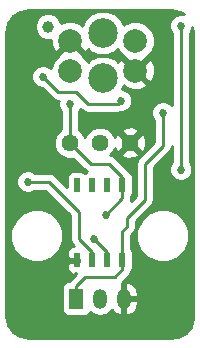
<source format=gbl>
%TF.GenerationSoftware,KiCad,Pcbnew,4.0.7*%
%TF.CreationDate,2018-05-06T15:58:21+02:00*%
%TF.ProjectId,Modulo IR,4D6F64756C6F2049522E6B696361645F,1.0*%
%TF.FileFunction,Copper,L2,Bot,Signal*%
%FSLAX46Y46*%
G04 Gerber Fmt 4.6, Leading zero omitted, Abs format (unit mm)*
G04 Created by KiCad (PCBNEW 4.0.7) date 05/06/18 15:58:21*
%MOMM*%
%LPD*%
G01*
G04 APERTURE LIST*
%ADD10C,0.100000*%
%ADD11C,1.440000*%
%ADD12R,0.508000X1.143000*%
%ADD13R,1.200000X1.700000*%
%ADD14O,1.200000X1.700000*%
%ADD15C,2.000000*%
%ADD16C,2.500000*%
%ADD17C,1.000000*%
%ADD18C,0.685800*%
%ADD19C,0.254000*%
G04 APERTURE END LIST*
D10*
D11*
X7112000Y-16256000D03*
X9652000Y-16256000D03*
X12192000Y-16256000D03*
D12*
X11557000Y-19875500D03*
X10287000Y-19875500D03*
X9017000Y-19875500D03*
X7747000Y-19875500D03*
X7747000Y-26225500D03*
X9017000Y-26225500D03*
X10287000Y-26225500D03*
X11557000Y-26225500D03*
D13*
X7670800Y-29464000D03*
D14*
X9670800Y-29464000D03*
X11670800Y-29464000D03*
D15*
X7156000Y-10160000D03*
X12656000Y-10160000D03*
X7156000Y-7620000D03*
X12656000Y-7620000D03*
D16*
X9906000Y-6990000D03*
X9906000Y-10790000D03*
D17*
X5256000Y-6440000D03*
D18*
X16510000Y-6350000D03*
X16510000Y-18542000D03*
X7112000Y-12954000D03*
X10160000Y-22352000D03*
X3556000Y-19558000D03*
X9144000Y-24384000D03*
X14986000Y-13716000D03*
X4826000Y-10668000D03*
X11430000Y-12700000D03*
D19*
X16510000Y-18542000D02*
X16510000Y-6350000D01*
X11557000Y-19875500D02*
X11557000Y-19177000D01*
X8890000Y-18034000D02*
X7112000Y-16256000D01*
X10414000Y-18034000D02*
X8890000Y-18034000D01*
X11557000Y-19177000D02*
X10414000Y-18034000D01*
X7112000Y-12954000D02*
X7112000Y-16256000D01*
X11557000Y-20955000D02*
X11557000Y-19875500D01*
X10160000Y-22352000D02*
X11557000Y-20955000D01*
X7620000Y-26352500D02*
X7747000Y-26225500D01*
X9017000Y-26225500D02*
X9017000Y-25527000D01*
X5334000Y-19558000D02*
X3556000Y-19558000D01*
X7874000Y-22098000D02*
X5334000Y-19558000D01*
X7874000Y-24384000D02*
X7874000Y-22098000D01*
X9017000Y-25527000D02*
X7874000Y-24384000D01*
X10287000Y-25527000D02*
X10287000Y-26225500D01*
X9144000Y-24384000D02*
X10287000Y-25527000D01*
X10160000Y-26098500D02*
X10287000Y-26225500D01*
X7670800Y-29464000D02*
X7670800Y-28397200D01*
X11557000Y-27000200D02*
X11557000Y-26225500D01*
X10922000Y-27635200D02*
X11557000Y-27000200D01*
X8432800Y-27635200D02*
X10922000Y-27635200D01*
X7670800Y-28397200D02*
X8432800Y-27635200D01*
X11557000Y-26225500D02*
X11557000Y-23749000D01*
X11557000Y-23749000D02*
X11938000Y-23368000D01*
X11620000Y-26288500D02*
X11557000Y-26225500D01*
X14986000Y-16510000D02*
X14986000Y-13716000D01*
X13462000Y-18034000D02*
X14986000Y-16510000D01*
X13462000Y-21082000D02*
X13462000Y-18034000D01*
X11938000Y-22606000D02*
X13462000Y-21082000D01*
X11938000Y-23368000D02*
X11938000Y-22606000D01*
X6096000Y-11938000D02*
X4826000Y-10668000D01*
X7620000Y-11938000D02*
X6096000Y-11938000D01*
X8636000Y-12954000D02*
X7620000Y-11938000D01*
X11176000Y-12954000D02*
X8636000Y-12954000D01*
X11430000Y-12700000D02*
X11176000Y-12954000D01*
G36*
X16442989Y-5180152D02*
X16771790Y-5399850D01*
X16705370Y-5372270D01*
X16316337Y-5371931D01*
X15956788Y-5520493D01*
X15681460Y-5795341D01*
X15532270Y-6154630D01*
X15531931Y-6543663D01*
X15680493Y-6903212D01*
X15748000Y-6970837D01*
X15748000Y-13095163D01*
X15540659Y-12887460D01*
X15181370Y-12738270D01*
X14792337Y-12737931D01*
X14432788Y-12886493D01*
X14157460Y-13161341D01*
X14008270Y-13520630D01*
X14007931Y-13909663D01*
X14156493Y-14269212D01*
X14224000Y-14336837D01*
X14224000Y-16194369D01*
X12923185Y-17495185D01*
X12758004Y-17742395D01*
X12700000Y-18034000D01*
X12700000Y-20766369D01*
X12271234Y-21195135D01*
X12319000Y-20955000D01*
X12319000Y-20828313D01*
X12407431Y-20698890D01*
X12458440Y-20447000D01*
X12458440Y-19304000D01*
X12414162Y-19068683D01*
X12275090Y-18852559D01*
X12208783Y-18807254D01*
X12095815Y-18638185D01*
X10952815Y-17495185D01*
X10818417Y-17405383D01*
X10705605Y-17330004D01*
X10529203Y-17294915D01*
X10618499Y-17205774D01*
X11421831Y-17205774D01*
X11486131Y-17443611D01*
X11994342Y-17623333D01*
X12532644Y-17594892D01*
X12897869Y-17443611D01*
X12962169Y-17205774D01*
X12192000Y-16435605D01*
X11421831Y-17205774D01*
X10618499Y-17205774D01*
X10800043Y-17024548D01*
X10915339Y-16746884D01*
X11004389Y-16961869D01*
X11242226Y-17026169D01*
X12012395Y-16256000D01*
X12371605Y-16256000D01*
X13141774Y-17026169D01*
X13379611Y-16961869D01*
X13559333Y-16453658D01*
X13530892Y-15915356D01*
X13379611Y-15550131D01*
X13141774Y-15485831D01*
X12371605Y-16256000D01*
X12012395Y-16256000D01*
X11242226Y-15485831D01*
X11004389Y-15550131D01*
X10922331Y-15782172D01*
X10801383Y-15489457D01*
X10618472Y-15306226D01*
X11421831Y-15306226D01*
X12192000Y-16076395D01*
X12962169Y-15306226D01*
X12897869Y-15068389D01*
X12389658Y-14888667D01*
X11851356Y-14917108D01*
X11486131Y-15068389D01*
X11421831Y-15306226D01*
X10618472Y-15306226D01*
X10420548Y-15107957D01*
X9922709Y-14901236D01*
X9383656Y-14900765D01*
X8885457Y-15106617D01*
X8503957Y-15487452D01*
X8381955Y-15781264D01*
X8261383Y-15489457D01*
X7880548Y-15107957D01*
X7874000Y-15105238D01*
X7874000Y-13575083D01*
X7940540Y-13508659D01*
X7991149Y-13386779D01*
X8097185Y-13492815D01*
X8344395Y-13657996D01*
X8636000Y-13716000D01*
X11176000Y-13716000D01*
X11367812Y-13677846D01*
X11623663Y-13678069D01*
X11983212Y-13529507D01*
X12258540Y-13254659D01*
X12407730Y-12895370D01*
X12408069Y-12506337D01*
X12259507Y-12146788D01*
X11984659Y-11871460D01*
X11625370Y-11722270D01*
X11559959Y-11722213D01*
X11705211Y-11372408D01*
X11781736Y-11579387D01*
X12391461Y-11805908D01*
X13041460Y-11781856D01*
X13530264Y-11579387D01*
X13628927Y-11312532D01*
X12656000Y-10339605D01*
X12641858Y-10353748D01*
X12462253Y-10174143D01*
X12476395Y-10160000D01*
X12835605Y-10160000D01*
X13808532Y-11132927D01*
X14075387Y-11034264D01*
X14301908Y-10424539D01*
X14277856Y-9774540D01*
X14075387Y-9285736D01*
X13808532Y-9187073D01*
X12835605Y-10160000D01*
X12476395Y-10160000D01*
X11503468Y-9187073D01*
X11236613Y-9285736D01*
X11190835Y-9408957D01*
X10975161Y-9192907D01*
X10282595Y-8905328D01*
X9532695Y-8904674D01*
X8839628Y-9191043D01*
X8616671Y-9413611D01*
X8542894Y-9235057D01*
X8116022Y-8807438D01*
X8128927Y-8772532D01*
X7156000Y-7799605D01*
X6183073Y-8772532D01*
X6196164Y-8807938D01*
X5770722Y-9232637D01*
X5521284Y-9833352D01*
X5521156Y-9980202D01*
X5380659Y-9839460D01*
X5021370Y-9690270D01*
X4632337Y-9689931D01*
X4272788Y-9838493D01*
X3997460Y-10113341D01*
X3848270Y-10472630D01*
X3847931Y-10861663D01*
X3996493Y-11221212D01*
X4271341Y-11496540D01*
X4630630Y-11645730D01*
X4726183Y-11645813D01*
X5557184Y-12476815D01*
X5804395Y-12641996D01*
X6096000Y-12700000D01*
X6158615Y-12700000D01*
X6134270Y-12758630D01*
X6133931Y-13147663D01*
X6282493Y-13507212D01*
X6350000Y-13574837D01*
X6350000Y-15104740D01*
X6345457Y-15106617D01*
X5963957Y-15487452D01*
X5757236Y-15985291D01*
X5756765Y-16524344D01*
X5962617Y-17022543D01*
X6343452Y-17404043D01*
X6841291Y-17610764D01*
X7380344Y-17611235D01*
X7386897Y-17608527D01*
X8351185Y-18572816D01*
X8476518Y-18656560D01*
X8539466Y-18698621D01*
X8527683Y-18700838D01*
X8381093Y-18795166D01*
X8252890Y-18707569D01*
X8001000Y-18656560D01*
X7493000Y-18656560D01*
X7257683Y-18700838D01*
X7041559Y-18839910D01*
X6896569Y-19052110D01*
X6845560Y-19304000D01*
X6845560Y-19991930D01*
X5872815Y-19019185D01*
X5849103Y-19003341D01*
X5625605Y-18854004D01*
X5334000Y-18796000D01*
X4177083Y-18796000D01*
X4110659Y-18729460D01*
X3751370Y-18580270D01*
X3362337Y-18579931D01*
X3002788Y-18728493D01*
X2727460Y-19003341D01*
X2578270Y-19362630D01*
X2577931Y-19751663D01*
X2726493Y-20111212D01*
X3001341Y-20386540D01*
X3360630Y-20535730D01*
X3749663Y-20536069D01*
X4109212Y-20387507D01*
X4176837Y-20320000D01*
X5018370Y-20320000D01*
X7112000Y-22413631D01*
X7112000Y-24384000D01*
X7170004Y-24675605D01*
X7229736Y-24765000D01*
X7335185Y-24922815D01*
X7431370Y-25019000D01*
X7366691Y-25019000D01*
X7133302Y-25115673D01*
X6954673Y-25294301D01*
X6858000Y-25527690D01*
X6858000Y-25939750D01*
X7016750Y-26098500D01*
X7620000Y-26098500D01*
X7620000Y-26078500D01*
X7874000Y-26078500D01*
X7874000Y-26098500D01*
X7894000Y-26098500D01*
X7894000Y-26352500D01*
X7874000Y-26352500D01*
X7874000Y-26372500D01*
X7620000Y-26372500D01*
X7620000Y-26352500D01*
X7016750Y-26352500D01*
X6858000Y-26511250D01*
X6858000Y-26923310D01*
X6954673Y-27156699D01*
X7133302Y-27335327D01*
X7366691Y-27432000D01*
X7461250Y-27432000D01*
X7619998Y-27273252D01*
X7619998Y-27370371D01*
X7131985Y-27858385D01*
X7058109Y-27968948D01*
X6835483Y-28010838D01*
X6619359Y-28149910D01*
X6474369Y-28362110D01*
X6423360Y-28614000D01*
X6423360Y-30314000D01*
X6467638Y-30549317D01*
X6606710Y-30765441D01*
X6818910Y-30910431D01*
X7070800Y-30961440D01*
X8270800Y-30961440D01*
X8506117Y-30917162D01*
X8722241Y-30778090D01*
X8821701Y-30632525D01*
X9198186Y-30884084D01*
X9670800Y-30978093D01*
X10143414Y-30884084D01*
X10544077Y-30616370D01*
X10673210Y-30423109D01*
X10841675Y-30645933D01*
X11261424Y-30892286D01*
X11353191Y-30907462D01*
X11543800Y-30782731D01*
X11543800Y-29591000D01*
X11797800Y-29591000D01*
X11797800Y-30782731D01*
X11988409Y-30907462D01*
X12080176Y-30892286D01*
X12499925Y-30645933D01*
X12793447Y-30257701D01*
X12916056Y-29786696D01*
X12753347Y-29591000D01*
X11797800Y-29591000D01*
X11543800Y-29591000D01*
X11523800Y-29591000D01*
X11523800Y-29337000D01*
X11543800Y-29337000D01*
X11543800Y-28145269D01*
X11797800Y-28145269D01*
X11797800Y-29337000D01*
X12753347Y-29337000D01*
X12916056Y-29141304D01*
X12793447Y-28670299D01*
X12499925Y-28282067D01*
X12080176Y-28035714D01*
X11988409Y-28020538D01*
X11797800Y-28145269D01*
X11543800Y-28145269D01*
X11511015Y-28123815D01*
X12095816Y-27539015D01*
X12231915Y-27335327D01*
X12260996Y-27291805D01*
X12269021Y-27251459D01*
X12407431Y-27048890D01*
X12458440Y-26797000D01*
X12458440Y-25654000D01*
X12414162Y-25418683D01*
X12319000Y-25270797D01*
X12319000Y-24572619D01*
X12750613Y-24572619D01*
X13090155Y-25394372D01*
X13718321Y-26023636D01*
X14539481Y-26364611D01*
X15428619Y-26365387D01*
X16250372Y-26025845D01*
X16879636Y-25397679D01*
X17220611Y-24576519D01*
X17221387Y-23687381D01*
X16881845Y-22865628D01*
X16253679Y-22236364D01*
X15432519Y-21895389D01*
X14543381Y-21894613D01*
X13721628Y-22234155D01*
X13092364Y-22862321D01*
X12751389Y-23683481D01*
X12750613Y-24572619D01*
X12319000Y-24572619D01*
X12319000Y-24064631D01*
X12476815Y-23906816D01*
X12641996Y-23659605D01*
X12649476Y-23622001D01*
X12700000Y-23368000D01*
X12700000Y-22921630D01*
X14000815Y-21620816D01*
X14165996Y-21373605D01*
X14191258Y-21246605D01*
X14224000Y-21082000D01*
X14224000Y-18349630D01*
X15524815Y-17048816D01*
X15689996Y-16801605D01*
X15730765Y-16596644D01*
X15748000Y-16510000D01*
X15748000Y-17920917D01*
X15681460Y-17987341D01*
X15532270Y-18346630D01*
X15531931Y-18735663D01*
X15680493Y-19095212D01*
X15955341Y-19370540D01*
X16314630Y-19519730D01*
X16703663Y-19520069D01*
X17063212Y-19371507D01*
X17338540Y-19096659D01*
X17487730Y-18737370D01*
X17488069Y-18348337D01*
X17339507Y-17988788D01*
X17272000Y-17921163D01*
X17272000Y-6971083D01*
X17338540Y-6904659D01*
X17487730Y-6545370D01*
X17487792Y-6474424D01*
X17578000Y-6927931D01*
X17578000Y-31136138D01*
X17359531Y-31852478D01*
X16906038Y-32403382D01*
X16276246Y-32738805D01*
X15459656Y-32818000D01*
X3625931Y-32818000D01*
X2861011Y-32665848D01*
X2271830Y-32272170D01*
X1878152Y-31682989D01*
X1726000Y-30918069D01*
X1726000Y-24572619D01*
X2082613Y-24572619D01*
X2422155Y-25394372D01*
X3050321Y-26023636D01*
X3871481Y-26364611D01*
X4760619Y-26365387D01*
X5582372Y-26025845D01*
X6211636Y-25397679D01*
X6552611Y-24576519D01*
X6553387Y-23687381D01*
X6213845Y-22865628D01*
X5585679Y-22236364D01*
X4764519Y-21895389D01*
X3875381Y-21894613D01*
X3053628Y-22234155D01*
X2424364Y-22862321D01*
X2083389Y-23683481D01*
X2082613Y-24572619D01*
X1726000Y-24572619D01*
X1726000Y-6927931D01*
X1778344Y-6664775D01*
X4120803Y-6664775D01*
X4293233Y-7082086D01*
X4612235Y-7401645D01*
X5029244Y-7574803D01*
X5480775Y-7575197D01*
X5517659Y-7559957D01*
X5534144Y-8005460D01*
X5736613Y-8494264D01*
X6003468Y-8592927D01*
X6976395Y-7620000D01*
X6962253Y-7605858D01*
X7141858Y-7426253D01*
X7156000Y-7440395D01*
X7170143Y-7426253D01*
X7349748Y-7605858D01*
X7335605Y-7620000D01*
X8308532Y-8592927D01*
X8575387Y-8494264D01*
X8621165Y-8371043D01*
X8836839Y-8587093D01*
X9529405Y-8874672D01*
X10279305Y-8875326D01*
X10972372Y-8588957D01*
X11195329Y-8366389D01*
X11269106Y-8544943D01*
X11695978Y-8972562D01*
X11683073Y-9007468D01*
X12656000Y-9980395D01*
X13628927Y-9007468D01*
X13615836Y-8972062D01*
X14041278Y-8547363D01*
X14290716Y-7946648D01*
X14291284Y-7296205D01*
X14042894Y-6695057D01*
X13583363Y-6234722D01*
X12982648Y-5985284D01*
X12332205Y-5984716D01*
X11731057Y-6233106D01*
X11661515Y-6302527D01*
X11504957Y-5923628D01*
X10975161Y-5392907D01*
X10282595Y-5105328D01*
X9532695Y-5104674D01*
X8839628Y-5391043D01*
X8308907Y-5920839D01*
X8106789Y-6407592D01*
X8030264Y-6200613D01*
X7420539Y-5974092D01*
X6770540Y-5998144D01*
X6370045Y-6164034D01*
X6218767Y-5797914D01*
X5899765Y-5478355D01*
X5482756Y-5305197D01*
X5031225Y-5304803D01*
X4613914Y-5477233D01*
X4294355Y-5796235D01*
X4121197Y-6213244D01*
X4120803Y-6664775D01*
X1778344Y-6664775D01*
X1878152Y-6163011D01*
X2271830Y-5573830D01*
X2861011Y-5180152D01*
X3625931Y-5028000D01*
X15678069Y-5028000D01*
X16442989Y-5180152D01*
X16442989Y-5180152D01*
G37*
X16442989Y-5180152D02*
X16771790Y-5399850D01*
X16705370Y-5372270D01*
X16316337Y-5371931D01*
X15956788Y-5520493D01*
X15681460Y-5795341D01*
X15532270Y-6154630D01*
X15531931Y-6543663D01*
X15680493Y-6903212D01*
X15748000Y-6970837D01*
X15748000Y-13095163D01*
X15540659Y-12887460D01*
X15181370Y-12738270D01*
X14792337Y-12737931D01*
X14432788Y-12886493D01*
X14157460Y-13161341D01*
X14008270Y-13520630D01*
X14007931Y-13909663D01*
X14156493Y-14269212D01*
X14224000Y-14336837D01*
X14224000Y-16194369D01*
X12923185Y-17495185D01*
X12758004Y-17742395D01*
X12700000Y-18034000D01*
X12700000Y-20766369D01*
X12271234Y-21195135D01*
X12319000Y-20955000D01*
X12319000Y-20828313D01*
X12407431Y-20698890D01*
X12458440Y-20447000D01*
X12458440Y-19304000D01*
X12414162Y-19068683D01*
X12275090Y-18852559D01*
X12208783Y-18807254D01*
X12095815Y-18638185D01*
X10952815Y-17495185D01*
X10818417Y-17405383D01*
X10705605Y-17330004D01*
X10529203Y-17294915D01*
X10618499Y-17205774D01*
X11421831Y-17205774D01*
X11486131Y-17443611D01*
X11994342Y-17623333D01*
X12532644Y-17594892D01*
X12897869Y-17443611D01*
X12962169Y-17205774D01*
X12192000Y-16435605D01*
X11421831Y-17205774D01*
X10618499Y-17205774D01*
X10800043Y-17024548D01*
X10915339Y-16746884D01*
X11004389Y-16961869D01*
X11242226Y-17026169D01*
X12012395Y-16256000D01*
X12371605Y-16256000D01*
X13141774Y-17026169D01*
X13379611Y-16961869D01*
X13559333Y-16453658D01*
X13530892Y-15915356D01*
X13379611Y-15550131D01*
X13141774Y-15485831D01*
X12371605Y-16256000D01*
X12012395Y-16256000D01*
X11242226Y-15485831D01*
X11004389Y-15550131D01*
X10922331Y-15782172D01*
X10801383Y-15489457D01*
X10618472Y-15306226D01*
X11421831Y-15306226D01*
X12192000Y-16076395D01*
X12962169Y-15306226D01*
X12897869Y-15068389D01*
X12389658Y-14888667D01*
X11851356Y-14917108D01*
X11486131Y-15068389D01*
X11421831Y-15306226D01*
X10618472Y-15306226D01*
X10420548Y-15107957D01*
X9922709Y-14901236D01*
X9383656Y-14900765D01*
X8885457Y-15106617D01*
X8503957Y-15487452D01*
X8381955Y-15781264D01*
X8261383Y-15489457D01*
X7880548Y-15107957D01*
X7874000Y-15105238D01*
X7874000Y-13575083D01*
X7940540Y-13508659D01*
X7991149Y-13386779D01*
X8097185Y-13492815D01*
X8344395Y-13657996D01*
X8636000Y-13716000D01*
X11176000Y-13716000D01*
X11367812Y-13677846D01*
X11623663Y-13678069D01*
X11983212Y-13529507D01*
X12258540Y-13254659D01*
X12407730Y-12895370D01*
X12408069Y-12506337D01*
X12259507Y-12146788D01*
X11984659Y-11871460D01*
X11625370Y-11722270D01*
X11559959Y-11722213D01*
X11705211Y-11372408D01*
X11781736Y-11579387D01*
X12391461Y-11805908D01*
X13041460Y-11781856D01*
X13530264Y-11579387D01*
X13628927Y-11312532D01*
X12656000Y-10339605D01*
X12641858Y-10353748D01*
X12462253Y-10174143D01*
X12476395Y-10160000D01*
X12835605Y-10160000D01*
X13808532Y-11132927D01*
X14075387Y-11034264D01*
X14301908Y-10424539D01*
X14277856Y-9774540D01*
X14075387Y-9285736D01*
X13808532Y-9187073D01*
X12835605Y-10160000D01*
X12476395Y-10160000D01*
X11503468Y-9187073D01*
X11236613Y-9285736D01*
X11190835Y-9408957D01*
X10975161Y-9192907D01*
X10282595Y-8905328D01*
X9532695Y-8904674D01*
X8839628Y-9191043D01*
X8616671Y-9413611D01*
X8542894Y-9235057D01*
X8116022Y-8807438D01*
X8128927Y-8772532D01*
X7156000Y-7799605D01*
X6183073Y-8772532D01*
X6196164Y-8807938D01*
X5770722Y-9232637D01*
X5521284Y-9833352D01*
X5521156Y-9980202D01*
X5380659Y-9839460D01*
X5021370Y-9690270D01*
X4632337Y-9689931D01*
X4272788Y-9838493D01*
X3997460Y-10113341D01*
X3848270Y-10472630D01*
X3847931Y-10861663D01*
X3996493Y-11221212D01*
X4271341Y-11496540D01*
X4630630Y-11645730D01*
X4726183Y-11645813D01*
X5557184Y-12476815D01*
X5804395Y-12641996D01*
X6096000Y-12700000D01*
X6158615Y-12700000D01*
X6134270Y-12758630D01*
X6133931Y-13147663D01*
X6282493Y-13507212D01*
X6350000Y-13574837D01*
X6350000Y-15104740D01*
X6345457Y-15106617D01*
X5963957Y-15487452D01*
X5757236Y-15985291D01*
X5756765Y-16524344D01*
X5962617Y-17022543D01*
X6343452Y-17404043D01*
X6841291Y-17610764D01*
X7380344Y-17611235D01*
X7386897Y-17608527D01*
X8351185Y-18572816D01*
X8476518Y-18656560D01*
X8539466Y-18698621D01*
X8527683Y-18700838D01*
X8381093Y-18795166D01*
X8252890Y-18707569D01*
X8001000Y-18656560D01*
X7493000Y-18656560D01*
X7257683Y-18700838D01*
X7041559Y-18839910D01*
X6896569Y-19052110D01*
X6845560Y-19304000D01*
X6845560Y-19991930D01*
X5872815Y-19019185D01*
X5849103Y-19003341D01*
X5625605Y-18854004D01*
X5334000Y-18796000D01*
X4177083Y-18796000D01*
X4110659Y-18729460D01*
X3751370Y-18580270D01*
X3362337Y-18579931D01*
X3002788Y-18728493D01*
X2727460Y-19003341D01*
X2578270Y-19362630D01*
X2577931Y-19751663D01*
X2726493Y-20111212D01*
X3001341Y-20386540D01*
X3360630Y-20535730D01*
X3749663Y-20536069D01*
X4109212Y-20387507D01*
X4176837Y-20320000D01*
X5018370Y-20320000D01*
X7112000Y-22413631D01*
X7112000Y-24384000D01*
X7170004Y-24675605D01*
X7229736Y-24765000D01*
X7335185Y-24922815D01*
X7431370Y-25019000D01*
X7366691Y-25019000D01*
X7133302Y-25115673D01*
X6954673Y-25294301D01*
X6858000Y-25527690D01*
X6858000Y-25939750D01*
X7016750Y-26098500D01*
X7620000Y-26098500D01*
X7620000Y-26078500D01*
X7874000Y-26078500D01*
X7874000Y-26098500D01*
X7894000Y-26098500D01*
X7894000Y-26352500D01*
X7874000Y-26352500D01*
X7874000Y-26372500D01*
X7620000Y-26372500D01*
X7620000Y-26352500D01*
X7016750Y-26352500D01*
X6858000Y-26511250D01*
X6858000Y-26923310D01*
X6954673Y-27156699D01*
X7133302Y-27335327D01*
X7366691Y-27432000D01*
X7461250Y-27432000D01*
X7619998Y-27273252D01*
X7619998Y-27370371D01*
X7131985Y-27858385D01*
X7058109Y-27968948D01*
X6835483Y-28010838D01*
X6619359Y-28149910D01*
X6474369Y-28362110D01*
X6423360Y-28614000D01*
X6423360Y-30314000D01*
X6467638Y-30549317D01*
X6606710Y-30765441D01*
X6818910Y-30910431D01*
X7070800Y-30961440D01*
X8270800Y-30961440D01*
X8506117Y-30917162D01*
X8722241Y-30778090D01*
X8821701Y-30632525D01*
X9198186Y-30884084D01*
X9670800Y-30978093D01*
X10143414Y-30884084D01*
X10544077Y-30616370D01*
X10673210Y-30423109D01*
X10841675Y-30645933D01*
X11261424Y-30892286D01*
X11353191Y-30907462D01*
X11543800Y-30782731D01*
X11543800Y-29591000D01*
X11797800Y-29591000D01*
X11797800Y-30782731D01*
X11988409Y-30907462D01*
X12080176Y-30892286D01*
X12499925Y-30645933D01*
X12793447Y-30257701D01*
X12916056Y-29786696D01*
X12753347Y-29591000D01*
X11797800Y-29591000D01*
X11543800Y-29591000D01*
X11523800Y-29591000D01*
X11523800Y-29337000D01*
X11543800Y-29337000D01*
X11543800Y-28145269D01*
X11797800Y-28145269D01*
X11797800Y-29337000D01*
X12753347Y-29337000D01*
X12916056Y-29141304D01*
X12793447Y-28670299D01*
X12499925Y-28282067D01*
X12080176Y-28035714D01*
X11988409Y-28020538D01*
X11797800Y-28145269D01*
X11543800Y-28145269D01*
X11511015Y-28123815D01*
X12095816Y-27539015D01*
X12231915Y-27335327D01*
X12260996Y-27291805D01*
X12269021Y-27251459D01*
X12407431Y-27048890D01*
X12458440Y-26797000D01*
X12458440Y-25654000D01*
X12414162Y-25418683D01*
X12319000Y-25270797D01*
X12319000Y-24572619D01*
X12750613Y-24572619D01*
X13090155Y-25394372D01*
X13718321Y-26023636D01*
X14539481Y-26364611D01*
X15428619Y-26365387D01*
X16250372Y-26025845D01*
X16879636Y-25397679D01*
X17220611Y-24576519D01*
X17221387Y-23687381D01*
X16881845Y-22865628D01*
X16253679Y-22236364D01*
X15432519Y-21895389D01*
X14543381Y-21894613D01*
X13721628Y-22234155D01*
X13092364Y-22862321D01*
X12751389Y-23683481D01*
X12750613Y-24572619D01*
X12319000Y-24572619D01*
X12319000Y-24064631D01*
X12476815Y-23906816D01*
X12641996Y-23659605D01*
X12649476Y-23622001D01*
X12700000Y-23368000D01*
X12700000Y-22921630D01*
X14000815Y-21620816D01*
X14165996Y-21373605D01*
X14191258Y-21246605D01*
X14224000Y-21082000D01*
X14224000Y-18349630D01*
X15524815Y-17048816D01*
X15689996Y-16801605D01*
X15730765Y-16596644D01*
X15748000Y-16510000D01*
X15748000Y-17920917D01*
X15681460Y-17987341D01*
X15532270Y-18346630D01*
X15531931Y-18735663D01*
X15680493Y-19095212D01*
X15955341Y-19370540D01*
X16314630Y-19519730D01*
X16703663Y-19520069D01*
X17063212Y-19371507D01*
X17338540Y-19096659D01*
X17487730Y-18737370D01*
X17488069Y-18348337D01*
X17339507Y-17988788D01*
X17272000Y-17921163D01*
X17272000Y-6971083D01*
X17338540Y-6904659D01*
X17487730Y-6545370D01*
X17487792Y-6474424D01*
X17578000Y-6927931D01*
X17578000Y-31136138D01*
X17359531Y-31852478D01*
X16906038Y-32403382D01*
X16276246Y-32738805D01*
X15459656Y-32818000D01*
X3625931Y-32818000D01*
X2861011Y-32665848D01*
X2271830Y-32272170D01*
X1878152Y-31682989D01*
X1726000Y-30918069D01*
X1726000Y-24572619D01*
X2082613Y-24572619D01*
X2422155Y-25394372D01*
X3050321Y-26023636D01*
X3871481Y-26364611D01*
X4760619Y-26365387D01*
X5582372Y-26025845D01*
X6211636Y-25397679D01*
X6552611Y-24576519D01*
X6553387Y-23687381D01*
X6213845Y-22865628D01*
X5585679Y-22236364D01*
X4764519Y-21895389D01*
X3875381Y-21894613D01*
X3053628Y-22234155D01*
X2424364Y-22862321D01*
X2083389Y-23683481D01*
X2082613Y-24572619D01*
X1726000Y-24572619D01*
X1726000Y-6927931D01*
X1778344Y-6664775D01*
X4120803Y-6664775D01*
X4293233Y-7082086D01*
X4612235Y-7401645D01*
X5029244Y-7574803D01*
X5480775Y-7575197D01*
X5517659Y-7559957D01*
X5534144Y-8005460D01*
X5736613Y-8494264D01*
X6003468Y-8592927D01*
X6976395Y-7620000D01*
X6962253Y-7605858D01*
X7141858Y-7426253D01*
X7156000Y-7440395D01*
X7170143Y-7426253D01*
X7349748Y-7605858D01*
X7335605Y-7620000D01*
X8308532Y-8592927D01*
X8575387Y-8494264D01*
X8621165Y-8371043D01*
X8836839Y-8587093D01*
X9529405Y-8874672D01*
X10279305Y-8875326D01*
X10972372Y-8588957D01*
X11195329Y-8366389D01*
X11269106Y-8544943D01*
X11695978Y-8972562D01*
X11683073Y-9007468D01*
X12656000Y-9980395D01*
X13628927Y-9007468D01*
X13615836Y-8972062D01*
X14041278Y-8547363D01*
X14290716Y-7946648D01*
X14291284Y-7296205D01*
X14042894Y-6695057D01*
X13583363Y-6234722D01*
X12982648Y-5985284D01*
X12332205Y-5984716D01*
X11731057Y-6233106D01*
X11661515Y-6302527D01*
X11504957Y-5923628D01*
X10975161Y-5392907D01*
X10282595Y-5105328D01*
X9532695Y-5104674D01*
X8839628Y-5391043D01*
X8308907Y-5920839D01*
X8106789Y-6407592D01*
X8030264Y-6200613D01*
X7420539Y-5974092D01*
X6770540Y-5998144D01*
X6370045Y-6164034D01*
X6218767Y-5797914D01*
X5899765Y-5478355D01*
X5482756Y-5305197D01*
X5031225Y-5304803D01*
X4613914Y-5477233D01*
X4294355Y-5796235D01*
X4121197Y-6213244D01*
X4120803Y-6664775D01*
X1778344Y-6664775D01*
X1878152Y-6163011D01*
X2271830Y-5573830D01*
X2861011Y-5180152D01*
X3625931Y-5028000D01*
X15678069Y-5028000D01*
X16442989Y-5180152D01*
M02*

</source>
